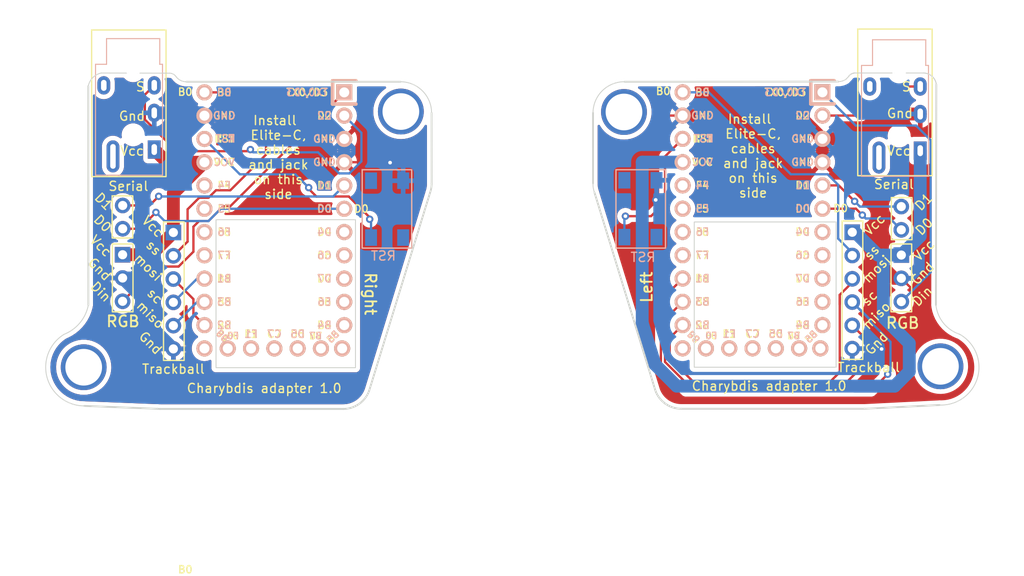
<source format=kicad_pcb>
(kicad_pcb (version 20210228) (generator pcbnew)
  (layers (0 "F.Cu" signal) (31 "B.Cu" signal) (34 "B.Paste" user) (35 "F.Paste" user) (36 "B.SilkS" user "B.Silkscreen") (37 "F.SilkS" user "F.Silkscreen") (38 "B.Mask" user) (39 "F.Mask" user) (44 "Edge.Cuts" user))
  (net 0 "")
  (net 1 "Gnd")
  (net 2 "Net-(J1-PadR2)")
  (net 3 "Vcc")
  (net 4 "Din")
  (net 5 "Rst")
  (net 6 "Net-(J2-PadR2)")
  (net 7 "Gnd2")
  (net 8 "Vcc2")
  (net 9 "Din2")
  (net 10 "Rst2")
  (net 13 "Net-(J3-Pad1)")
  (net 14 "Net-(J6-Pad1)")
  (net 15 "Net-(J3-Pad2)")
  (net 16 "Net-(J6-Pad2)")
  (net 22 "ss")
  (net 27 "sc")
  (net 28 "miso")
  (net 29 "mosi")
  (net 53 "miso2")
  (net 54 "sc2")
  (net 55 "mosi2")
  (net 56 "ss2")
  (footprint "Connector_PinSocket_2.54mm:PinSocket_1x03_P2.54mm_Vertical" (layer "F.Cu") (at 115.365 33.925)
    (fp_text reference "J4" hide)
    (fp_text value "Conn_01x03_Female")
  )
  (footprint "MountingHole:MountingHole_4mm_Pad" (layer "F.Cu") (at 145.7 18.3)
    (fp_text reference "REF**" hide)
    (fp_text value "MountingHole_4mm_Pad")
  )
  (footprint "MountingHole:MountingHole_4mm_Pad" (layer "F.Cu") (at 170.025 18.35)
    (fp_text reference "REF**" hide)
    (fp_text value "MountingHole_4mm_Pad")
  )
  (footprint "Connector_PinSocket_2.54mm:PinSocket_2x01_P2.54mm_Vertical" (layer "F.Cu") (at 200.255 31.21 -90)
    (fp_text reference "J6" hide)
    (fp_text value "Conn_01x02_Female")
  )
  (footprint "Connector_PinHeader_2.54mm:PinHeader_1x06_P2.54mm_Vertical" (layer "F.Cu") (at 120.9 31.5)
    (fp_text reference "J7" hide)
    (fp_text value "Conn_01x06_Female")
  )
  (footprint "Connector_PinHeader_2.54mm:PinHeader_1x06_P2.54mm_Vertical" (layer "F.Cu") (at 194.91 31.47)
    (fp_text reference "J9" hide)
    (fp_text value "Conn_01x06_Female")
  )
  (footprint "Connector_PinSocket_2.54mm:PinSocket_2x01_P2.54mm_Vertical" (layer "F.Cu") (at 115.375 31.09 -90)
    (fp_text reference "J3" hide)
    (fp_text value "Conn_01x02_Female")
  )
  (footprint "MountingHole:MountingHole_4mm_Pad" (layer "F.Cu") (at 111.125 46.2)
    (fp_text reference "REF**" hide)
    (fp_text value "MountingHole_4mm_Pad")
  )
  (footprint "Connector_PinSocket_2.54mm:PinSocket_1x03_P2.54mm_Vertical" (layer "F.Cu") (at 200.26 33.96)
    (fp_text reference "J5" hide)
    (fp_text value "Conn_01x03_Female")
  )
  (footprint "MountingHole:MountingHole_4mm_Pad" (layer "F.Cu") (at 204.525 46.1)
    (fp_text reference "REF**" hide)
    (fp_text value "MountingHole_4mm_Pad")
  )
  (footprint "customs:switch_rst" (layer "B.Cu") (at 144.25 28.95 -90)
    (fp_text reference "SW1" hide)
    (fp_text value "SW_SPST")
  )
  (footprint "Library:Jack_3.5mm_PJ320E_Horizontal" (layer "B.Cu") (at 118.815 22.445 180)
    (fp_text reference "J1" hide)
    (fp_text value "AudioJack4")
  )
  (footprint "customs:switch_rst" (layer "B.Cu") (at 171.87 28.9 -90)
    (fp_text reference "SW2" hide)
    (fp_text value "SW_SPST")
  )
  (footprint "Library:Jack_3.5mm_PJ320E_Horizontal" (layer "B.Cu") (at 202.32 22.57 180)
    (fp_text reference "J2" hide)
    (fp_text value "AudioJack4")
  )
  (footprint "Library:Elite-C-castellated-29pin-holes" (layer "B.Cu") (at 131.9079 30.17885 -90)
    (fp_text reference "U1" hide)
    (fp_text value "eliteC" hide)
  )
  (footprint "Library:Elite-C-castellated-29pin-holes" (layer "B.Cu") (at 184.04 30.17 -90)
    (fp_text reference "U2" hide)
    (fp_text value "eliteC" hide)
  )
  (gr_rect (start 174.55 33.2) (end 169.15 24.65) (layer "B.SilkS") (width 0.15) (fill none))
  (gr_rect (start 141.485 24.65) (end 146.885 33.2) (layer "B.SilkS") (width 0.15) (fill none))
  (gr_rect (start 122.075 30.35) (end 119.825 45.45) (layer "F.SilkS") (width 0.15) (fill none))
  (gr_rect (start 120.1 25.4) (end 111.99 9.4) (layer "F.SilkS") (width 0.15) (fill none))
  (gr_rect (start 203.62 25.3) (end 195.51 9.3) (layer "F.SilkS") (width 0.15) (fill none))
  (gr_rect (start 116.475 27.5) (end 114.225 32.1) (layer "F.SilkS") (width 0.15) (fill none))
  (gr_rect (start 201.386 32.75) (end 199.136 40.15) (layer "F.SilkS") (width 0.15) (fill none))
  (gr_rect (start 196.06 30.24) (end 193.81 45.34) (layer "F.SilkS") (width 0.15) (fill none))
  (gr_rect (start 116.5 32.75) (end 114.25 40.15) (layer "F.SilkS") (width 0.15) (fill none))
  (gr_rect (start 201.422 27.686) (end 199.172 32.286) (layer "F.SilkS") (width 0.15) (fill none))
  (gr_line (start 176.271839 50.732306) (end 176.035232 50.723015) (layer "Edge.Cuts") (width 0.2))
  (gr_line (start 195.089015 14.106159) (end 195.116126 14.102541) (layer "Edge.Cuts") (width 0.1))
  (gr_line (start 194.511271 14.473546) (end 194.526953 14.450784) (layer "Edge.Cuts") (width 0.1))
  (gr_line (start 122.323684 15.050401) (end 145.65 15.05) (layer "Edge.Cuts") (width 0.2))
  (gr_arc (start 113.410632 15.879086) (end 113.025 14.1) (angle -66.55375569) (layer "Edge.Cuts") (width 0.1))
  (gr_line (start 202.800232 14.103171) (end 202.866008 14.110903) (layer "Edge.Cuts") (width 0.1))
  (gr_line (start 194.543306 14.428632) (end 194.560312 14.407099) (layer "Edge.Cuts") (width 0.1))
  (gr_line (start 166.81212 27.150717) (end 173.443485 48.732467) (layer "Edge.Cuts") (width 0.2))
  (gr_line (start 204.04 15.16) (end 204.055051 15.224497) (layer "Edge.Cuts") (width 0.1))
  (gr_rect (start 177.686 30.35) (end 193.15 46.2) (layer "Edge.Cuts") (width 0.1) (fill none))
  (gr_line (start 203.611755 14.4578) (end 203.658076 14.501084) (layer "Edge.Cuts") (width 0.1))
  (gr_line (start 193.367603 15.032309) (end 170.1 15.05) (layer "Edge.Cuts") (width 0.2))
  (gr_line (start 195.143427 14.099796) (end 195.170898 14.097935) (layer "Edge.Cuts") (width 0.1))
  (gr_line (start 166.65 18.45) (end 166.650539 26.133781) (layer "Edge.Cuts") (width 0.2))
  (gr_arc (start 146.057325 26.151117) (end 148.885694 27.151277) (angle -19.47447757) (layer "Edge.Cuts") (width 0.2))
  (gr_line (start 194.65449 14.30908) (end 194.675025 14.291476) (layer "Edge.Cuts") (width 0.1))
  (gr_line (start 195.170898 14.097935) (end 195.19852 14.096967) (layer "Edge.Cuts") (width 0.1))
  (gr_line (start 203.119354 14.170924) (end 203.179875 14.192865) (layer "Edge.Cuts") (width 0.1))
  (gr_line (start 203.978007 14.97415) (end 204.001403 15.03476) (layer "Edge.Cuts") (width 0.1))
  (gr_line (start 202.666278 14.096904) (end 202.73363 14.098482) (layer "Edge.Cuts") (width 0.1))
  (gr_line (start 203.658076 14.501084) (end 203.702443 14.546403) (layer "Edge.Cuts") (width 0.1))
  (gr_line (start 193.41558 15.031584) (end 193.367603 15.032306) (layer "Edge.Cuts") (width 0.1))
  (gr_line (start 203.892334 14.80117) (end 203.923398 14.857288) (layer "Edge.Cuts") (width 0.1))
  (gr_arc (start 120.477283 14.985641) (end 120.465 14.115) (angle 56.90853006) (layer "Edge.Cuts") (width 0.1))
  (gr_line (start 203.858866 14.746684) (end 203.892334 14.80117) (layer "Edge.Cuts") (width 0.1))
  (gr_arc (start 139.419444 47.7504) (end 139.419444 50.7504) (angle -70.52552243) (layer "Edge.Cuts") (width 0.2))
  (gr_line (start 204.030581 39.39678) (end 204.076282 15.356907) (layer "Edge.Cuts") (width 0.2))
  (gr_line (start 196.261799 50.732099) (end 196.226566 50.732306) (layer "Edge.Cuts") (width 0.2))
  (gr_line (start 194.560312 14.407099) (end 194.577953 14.386196) (layer "Edge.Cuts") (width 0.1))
  (gr_line (start 175.802697 50.695535) (end 175.575071 50.650459) (layer "Edge.Cuts") (width 0.2))
  (gr_line (start 202.866008 14.110903) (end 202.930884 14.121612) (layer "Edge.Cuts") (width 0.1))
  (gr_line (start 203.74478 14.593689) (end 203.785013 14.642877) (layer "Edge.Cuts") (width 0.1))
  (gr_line (start 202.930884 14.121612) (end 202.994783 14.135229) (layer "Edge.Cuts") (width 0.1))
  (gr_arc (start 204.6 46.2) (end 206.614271 42.600001) (angle 153.2927482) (layer "Edge.Cuts") (width 0.1))
  (gr_line (start 203.823067 14.693897) (end 203.858866 14.746684) (layer "Edge.Cuts") (width 0.1))
  (gr_line (start 195.226276 14.096904) (end 202.666278 14.096904) (layer "Edge.Cuts") (width 0.1))
  (gr_line (start 195.062111 14.110641) (end 195.089015 14.106159) (layer "Edge.Cuts") (width 0.1))
  (gr_line (start 175.137892 50.509884) (end 174.930013 50.41557) (layer "Edge.Cuts") (width 0.2))
  (gr_arc (start 111.2 46.2) (end 109.000001 42.600001) (angle -148.5704344) (layer "Edge.Cuts") (width 0.1))
  (gr_line (start 194.906086 14.155095) (end 194.956943 14.137) (layer "Edge.Cuts") (width 0.1))
  (gr_line (start 176.271839 50.732306) (end 196.226566 50.732306) (layer "Edge.Cuts") (width 0.2))
  (gr_line (start 175.35319 50.588378) (end 175.137892 50.509884) (layer "Edge.Cuts") (width 0.2))
  (gr_line (start 194.59621 14.365932) (end 194.615064 14.346318) (layer "Edge.Cuts") (width 0.1))
  (gr_arc (start 169.2 26.25) (end 166.812121 27.150716) (angle 23.27672471) (layer "Edge.Cuts") (width 0.1))
  (gr_line (start 173.752938 49.362091) (end 173.634554 49.162513) (layer "Edge.Cuts") (width 0.2))
  (gr_line (start 202.73363 14.098482) (end 202.800232 14.103171) (layer "Edge.Cuts") (width 0.1))
  (gr_line (start 203.923398 14.857288) (end 203.95198 14.91497) (layer "Edge.Cuts") (width 0.1))
  (gr_line (start 194.49628 14.496906) (end 194.511271 14.473546) (layer "Edge.Cuts") (width 0.1))
  (gr_line (start 174.539865 50.181845) (end 174.359269 50.043618) (layer "Edge.Cuts") (width 0.2))
  (gr_line (start 173.634554 49.162513) (end 173.531124 48.952441) (layer "Edge.Cuts") (width 0.2))
  (gr_arc (start 207.8 39) (end 206.614272 42.6) (angle 65.76070949) (layer "Edge.Cuts") (width 0.1))
  (gr_line (start 194.615064 14.346318) (end 194.634497 14.327364) (layer "Edge.Cuts") (width 0.1))
  (gr_line (start 148.885694 27.151277) (end 142.247814 48.75056) (layer "Edge.Cuts") (width 0.2))
  (gr_line (start 174.930013 50.41557) (end 174.730392 50.306026) (layer "Edge.Cuts") (width 0.2))
  (gr_line (start 203.353475 14.274263) (end 203.408437 14.306362) (layer "Edge.Cuts") (width 0.1))
  (gr_line (start 203.297011 14.244602) (end 203.353475 14.274263) (layer "Edge.Cuts") (width 0.1))
  (gr_line (start 195.009001 14.122155) (end 195.035434 14.115976) (layer "Edge.Cuts") (width 0.1))
  (gr_line (start 173.885439 49.550582) (end 173.752938 49.362091) (layer "Edge.Cuts") (width 0.2))
  (gr_line (start 174.031219 49.727395) (end 173.885439 49.550582) (layer "Edge.Cuts") (width 0.2))
  (gr_line (start 203.461821 14.340833) (end 203.513552 14.377608) (layer "Edge.Cuts") (width 0.1))
  (gr_line (start 203.702443 14.546403) (end 203.74478 14.593689) (layer "Edge.Cuts") (width 0.1))
  (gr_line (start 203.057632 14.151689) (end 203.119354 14.170924) (layer "Edge.Cuts") (width 0.1))
  (gr_line (start 173.531124 48.952441) (end 173.443485 48.732467) (layer "Edge.Cuts") (width 0.2))
  (gr_line (start 194.675025 14.291476) (end 194.717646 14.25835) (layer "Edge.Cuts") (width 0.1))
  (gr_line (start 196.261799 50.732099) (end 204.418578 50.32121) (layer "Edge.Cuts") (width 0.2))
  (gr_line (start 139.419444 50.7504) (end 119.464716 50.7504) (layer "Edge.Cuts") (width 0.2))
  (gr_arc (start 145.65 18.45) (end 145.65 15.05) (angle 90) (layer "Edge.Cuts") (width 0.1))
  (gr_arc (start 170.050362 18.45) (end 170.1 15.05) (angle -90.83642525) (layer "Edge.Cuts") (width 0.1))
  (gr_line (start 204.001403 15.03476) (end 204.022092 15.096732) (layer "Edge.Cuts") (width 0.1))
  (gr_line (start 203.513552 14.377608) (end 203.563555 14.416619) (layer "Edge.Cuts") (width 0.1))
  (gr_line (start 174.359269 50.043618) (end 174.189441 49.891937) (layer "Edge.Cuts") (width 0.2))
  (gr_line (start 176.035232 50.723015) (end 175.802697 50.695535) (layer "Edge.Cuts") (width 0.2))
  (gr_line (start 174.189441 49.891937) (end 174.031219 49.727395) (layer "Edge.Cuts") (width 0.2))
  (gr_line (start 194.717646 14.25835) (end 194.762212 14.228068) (layer "Edge.Cuts") (width 0.1))
  (gr_line (start 120.465 14.115) (end 113.025 14.1) (layer "Edge.Cuts") (width 0.1))
  (gr_line (start 202.994783 14.135229) (end 203.057632 14.151689) (layer "Edge.Cuts") (width 0.1))
  (gr_line (start 194.2 14.8) (end 194.49628 14.496906) (layer "Edge.Cuts") (width 0.1))
  (gr_line (start 203.563555 14.416619) (end 203.611755 14.4578) (layer "Edge.Cuts") (width 0.1))
  (gr_line (start 194.85658 14.176359) (end 194.906086 14.155095) (layer "Edge.Cuts") (width 0.1))
  (gr_line (start 204.022092 15.096732) (end 204.04 15.16) (layer "Edge.Cuts") (width 0.1))
  (gr_line (start 195.116126 14.102541) (end 195.143427 14.099796) (layer "Edge.Cuts") (width 0.1))
  (gr_line (start 174.730392 50.306026) (end 174.539865 50.181845) (layer "Edge.Cuts") (width 0.2))
  (gr_line (start 194.634497 14.327364) (end 194.65449 14.30908) (layer "Edge.Cuts") (width 0.1))
  (gr_line (start 194.982831 14.129166) (end 195.009001 14.122155) (layer "Edge.Cuts") (width 0.1))
  (gr_line (start 194.956943 14.137) (end 194.982831 14.129166) (layer "Edge.Cuts") (width 0.1))
  (gr_line (start 195.19852 14.096967) (end 195.226276 14.096904) (layer "Edge.Cuts") (width 0.1))
  (gr_line (start 194.762212 14.228068) (end 194.808572 14.20071) (layer "Edge.Cuts") (width 0.1))
  (gr_line (start 194.577953 14.386196) (end 194.59621 14.365932) (layer "Edge.Cuts") (width 0.1))
  (gr_line (start 149.05 18.45) (end 149.057324 26.151117) (layer "Edge.Cuts") (width 0.2))
  (gr_line (start 204.06717 15.290155) (end 204.076282 15.356907) (layer "Edge.Cuts") (width 0.1))
  (gr_arc (start 119.464716 47.7504) (end 119.183275 50.737169) (angle -5.383044589) (layer "Edge.Cuts") (width 0.2))
  (gr_line (start 203.785013 14.642877) (end 203.823067 14.693897) (layer "Edge.Cuts") (width 0.1))
  (gr_line (start 119.183275 50.737169) (end 111.2 50.419004) (layer "Edge.Cuts") (width 0.2))
  (gr_arc (start 107.4 38.6) (end 109 42.6) (angle -57.41428524) (layer "Edge.Cuts") (width 0.1))
  (gr_arc (start 193.382307 13.474594) (end 193.415579 15.031583) (angle -30.44780961) (layer "Edge.Cuts") (width 0.1))
  (gr_arc (start 122.304137 13.668062) (end 122.323683 15.0504) (angle 53.81304035) (layer "Edge.Cuts") (width 0.1))
  (gr_line (start 203.179875 14.192865) (end 203.239119 14.217447) (layer "Edge.Cuts") (width 0.1))
  (gr_line (start 203.408437 14.306362) (end 203.461821 14.340833) (layer "Edge.Cuts") (width 0.1))
  (gr_line (start 194.808572 14.20071) (end 194.85658 14.176359) (layer "Edge.Cuts") (width 0.1))
  (gr_line (start 203.239119 14.217447) (end 203.297011 14.244602) (layer "Edge.Cuts") (width 0.1))
  (gr_line (start 175.575071 50.650459) (end 175.35319 50.588378) (layer "Edge.Cuts") (width 0.2))
  (gr_line (start 204.055051 15.224497) (end 204.06717 15.290155) (layer "Edge.Cuts") (width 0.1))
  (gr_line (start 111.632045 39.406103) (end 111.625 15.525) (layer "Edge.Cuts") (width 0.2))
  (gr_line (start 203.95198 14.91497) (end 203.978007 14.97415) (layer "Edge.Cuts") (width 0.1))
  (gr_rect (start 125.55 30.1) (end 140.75 46.25) (layer "Edge.Cuts") (width 0.1) (fill none))
  (gr_line (start 194.526953 14.450784) (end 194.543306 14.428632) (layer "Edge.Cuts") (width 0.1))
  (gr_line (start 195.035434 14.115976) (end 195.062111 14.110641) (layer "Edge.Cuts") (width 0.1))
  (gr_text "RST" (at 143.8 34.05) (layer "B.SilkS") (effects (font (size 1 1)) (justify mirror)))
  (gr_text "RST" (at 172.1 34.2) (layer "B.SilkS") (effects (font (size 1 1)) (justify mirror)))
  (gr_text "S" (at 117.3 15.6) (layer "F.SilkS") (effects (font (size 1 1))))
  (gr_text "Charybdis adapter 1.0" (at 130.8 48.5) (layer "F.SilkS") (effects (font (size 1 1))))
  (gr_text "D0" (at 141.39 28.92) (layer "F.SilkS") (effects (font (size 0.8 0.8))))
  (gr_text "Vcc" (at 202.72 33.44 45) (layer "F.SilkS") (effects (font (size 1 1))))
  (gr_text "Gnd" (at 200.1 18.5) (layer "F.SilkS") (effects (font (size 1 1))))
  (gr_text "Vcc" (at 200 22.6) (layer "F.SilkS") (effects (font (size 1 1))))
  (gr_text "ss" (at 197.03 33.68 45) (layer "F.SilkS") (effects (font (size 1 1))))
  (gr_text "ss" (at 118.76 33.18 -45) (layer "F.SilkS") (effects (font (size 1 1))))
  (gr_text "mosi" (at 118.15 35.3 -45) (layer "F.SilkS") (effects (font (size 1 1))))
  (gr_text "S" (at 200.8 15.6) (layer "F.SilkS") (effects (font (size 1 1))))
  (gr_text "Gnd" (at 118.4 43.55 -45) (layer "F.SilkS") (effects (font (size 1 1))))
  (gr_text "D1" (at 202.7 28.17 45) (layer "F.SilkS") (effects (font (size 1 1))))
  (gr_text "B0" (at 122.185 16.164) (layer "F.SilkS") (effects (font (size 0.8 0.8))))
  (gr_text "Gnd" (at 197.56 43.61 45) (layer "F.SilkS") (effects (font (size 1 1))))
  (gr_text "Gnd" (at 202.59 35.97 45) (layer "F.SilkS") (effects (font (size 1 1))))
  (gr_text "Din" (at 112.985 37.965 -45) (layer "F.SilkS") (effects (font (size 1 1))))
  (gr_text "Vcc" (at 116.4 22.6) (layer "F.SilkS") (effects (font (size 1 1))))
  (gr_text "mosi" (at 197.56 35.482 45) (layer "F.SilkS") (effects (font (size 1 1))))
  (gr_text "D0" (at 113.175 30.515 -45) (layer "F.SilkS") (effects (font (size 1 1))))
  (gr_text "Vcc" (at 118.65 30.85 -45) (layer "F.SilkS") (effects (font (size 1 1))))
  (gr_text "miso" (at 197.56 40.562 45) (layer "F.SilkS") (effects (font (size 1 1))))
  (gr_text "Right" (at 142.38 38.19 270) (layer "F.SilkS") (effects (font (size 1.2 1.2) (thickness 0.2))))
  (gr_text "sc" (at 118.89 38.44 -45) (layer "F.SilkS") (effects (font (size 1 1))))
  (gr_text "B0" (at 122.2 68.279) (layer "F.SilkS") (effects (font (size 0.8 0.8))))
  (gr_text "miso" (at 118.4 40.48 -45) (layer "F.SilkS") (effects (font (size 1 1))))
  (gr_text "sc" (at 196.798 38.67 45) (layer "F.SilkS") (effects (font (size 1 1))))
  (gr_text "Vcc" (at 112.98 32.97 -45) (layer "F.SilkS") (effects (font (size 1 1))))
  (gr_text "Serial" (at 115.999998 26.45) (layer "F.SilkS") (effects (font (size 1 1))))
  (gr_text "D0" (at 202.76 30.85 45) (layer "F.SilkS") (effects (font (size 1 1))))
  (gr_text "B0" (at 174.3 16.079) (layer "F.SilkS") (effects (font (size 0.8 0.8))))
  (gr_text "RGB" (at 115.4 41.2) (layer "F.SilkS") (effects (font (size 1.2 1.2) (thickness 0.2))))
  (gr_text "Gnd" (at 112.85 35.5 -45) (layer "F.SilkS") (effects (font (size 1 1))))
  (gr_text "Trackball" (at 120.9 46.4) (layer "F.SilkS") (effects (font (size 1 1))))
  (gr_text "Vcc" (at 197.306 30.656 45) (layer "F.SilkS") (effects (font (size 1 1))))
  (gr_text "Left" (at 172.5 37.47 90) (layer "F.SilkS") (effects (font (size 1.2 1.2) (thickness 0.2))))
  (gr_text "D1" (at 113.275 28.115 -45) (layer "F.SilkS") (effects (font (size 1 1))))
  (gr_text "Charybdis adapter 1.0" (at 185.85 48.25) (layer "F.SilkS") (effects (font (size 1 1))))
  (gr_text "Install \nElite-C,\ncables\nand jack\non this\nside" (at 132.35 23.3) (layer "F.SilkS") (effects (font (size 1 1))))
  (gr_text "RGB" (at 200.4 41.373) (layer "F.SilkS") (effects (font (size 1.2 1.2) (thickness 0.2))))
  (gr_text "Din" (at 202.55 38.45 45) (layer "F.SilkS") (effects (font (size 1 1))))
  (gr_text "Serial" (at 199.449998 26.2475) (layer "F.SilkS") (effects (font (size 1 1))))
  (gr_text "Trackball" (at 196.7 46.22) (layer "F.SilkS") (effects (font (size 1 1))))
  (gr_text "Gnd" (at 116.385 18.8) (layer "F.SilkS") (effects (font (size 1 1))))
  (gr_text "Install \nElite-C,\ncables\nand jack\non this\nside" (at 184.1 23.15) (layer "F.SilkS") (effects (font (size 1 1))))
  (gr_text "D0" (at 193.64 28.87) (layer "F.SilkS") (effects (font (size 0.8 0.8))))
  (segment (start 144.47885 23.82885) (end 139.5279 23.82885) (width 0.25) (layer "F.Cu") (net 1))
  (segment (start 144.526 23.876) (end 144.47885 23.82885) (width 0.25) (layer "F.Cu") (net 1))
  (via (at 144.526 23.876) (size 0.8) (drill 0.4) (layers "F.Cu" "B.Cu") (net 1))
  (segment (start 116.567081 36.465) (end 117.6 35.432081) (width 1.4) (layer "B.Cu") (net 1))
  (segment (start 118.25 41.55) (end 120.9 44.2) (width 1.4) (layer "B.Cu") (net 1))
  (segment (start 145.95 25.3) (end 144.526 23.876) (width 0.25) (layer "B.Cu") (net 1))
  (segment (start 121.3 21.73675) (end 124.2879 18.74885) (width 1.4) (layer "B.Cu") (net 1))
  (segment (start 117.6 35.432081) (end 117.6 26.95) (width 1.4) (layer "B.Cu") (net 1))
  (segment (start 115.365 36.465) (end 118.25 39.35) (width 1.4) (layer "B.Cu") (net 1))
  (segment (start 124.2879 18.74885) (end 136.9879 18.74885) (width 1.4) (layer "B.Cu") (net 1))
  (segment (start 118.25 39.35) (end 118.25 41.55) (width 1.4) (layer "B.Cu") (net 1))
  (segment (start 136.9879 18.74885) (end 139.5279 21.28885) (width 1.4) (layer "B.Cu") (net 1))
  (segment (start 121.3 23.25) (end 121.3 21.73675) (width 1.4) (layer "B.Cu") (net 1))
  (segment (start 139.5279 23.82885) (end 139.5279 21.28885) (width 1.4) (layer "B.Cu") (net 1))
  (segment (start 123.98405 18.445) (end 124.2879 18.74885) (width 1.4) (layer "B.Cu") (net 1))
  (segment (start 118.815 18.445) (end 123.98405 18.445) (width 1.4) (layer "B.Cu") (net 1))
  (segment (start 115.365 36.465) (end 116.567081 36.465) (width 1.4) (layer "B.Cu") (net 1))
  (segment (start 117.6 26.95) (end 121.3 23.25) (width 1.4) (layer "B.Cu") (net 1))
  (segment (start 145.95 25.85) (end 145.95 25.3) (width 0.25) (layer "B.Cu") (net 1))
  (segment (start 117.78998 16.47002) (end 118.815 15.445) (width 0.25) (layer "F.Cu") (net 2))
  (segment (start 121.247942 22.627539) (end 117.78998 19.169577) (width 0.25) (layer "F.Cu") (net 2))
  (segment (start 129.3 22.45) (end 129.122461 22.627539) (width 0.25) (layer "F.Cu") (net 2))
  (segment (start 129.122461 22.627539) (end 121.247942 22.627539) (width 0.25) (layer "F.Cu") (net 2))
  (segment (start 117.78998 19.169577) (end 117.78998 16.47002) (width 0.25) (layer "F.Cu") (net 2))
  (via (at 129.3 22.45) (size 0.8) (drill 0.4) (layers "F.Cu" "B.Cu") (net 2))
  (segment (start 129.3 22.45) (end 129.6 22.75) (width 0.25) (layer "B.Cu") (net 2))
  (segment (start 138.971109 25.05) (end 140.084691 25.05) (width 0.25) (layer "B.Cu") (net 2))
  (segment (start 141.4 20.62095) (end 139.5279 18.74885) (width 0.25) (layer "B.Cu") (net 2))
  (segment (start 136.671109 22.75) (end 138.971109 25.05) (width 0.25) (layer "B.Cu") (net 2))
  (segment (start 141.4 23.734691) (end 141.4 20.62095) (width 0.25) (layer "B.Cu") (net 2))
  (segment (start 129.6 22.75) (end 136.671109 22.75) (width 0.25) (layer "B.Cu") (net 2))
  (segment (start 140.084691 25.05) (end 141.4 23.734691) (width 0.25) (layer "B.Cu") (net 2))
  (segment (start 120.9 27.21675) (end 124.2879 23.82885) (width 1.4) (layer "F.Cu") (net 3))
  (segment (start 120.19885 23.82885) (end 118.815 22.445) (width 1.4) (layer "F.Cu") (net 3))
  (segment (start 124.2879 23.82885) (end 120.19885 23.82885) (width 1.4) (layer "F.Cu") (net 3))
  (segment (start 120.9 31.5) (end 120.9 27.21675) (width 1.4) (layer "F.Cu") (net 3))
  (segment (start 115.365 33.925) (end 118.475 33.925) (width 1.4) (layer "F.Cu") (net 3))
  (segment (start 118.475 33.925) (end 120.9 31.5) (width 1.4) (layer "F.Cu") (net 3))
  (segment (start 115.365 39.005) (end 119.154989 35.215011) (width 0.25) (layer "F.Cu") (net 4))
  (segment (start 119.154989 35.215011) (end 121.464006 35.215011) (width 0.25) (layer "F.Cu") (net 4))
  (segment (start 139.5279 16.20885) (end 127.099404 28.637346) (width 0.25) (layer "F.Cu") (net 4))
  (segment (start 123.086589 33.592428) (end 123.086589 30.863411) (width 0.25) (layer "F.Cu") (net 4))
  (segment (start 123.086589 30.863411) (end 123.702461 30.247539) (width 0.25) (layer "F.Cu") (net 4))
  (segment (start 121.464006 35.215011) (end 123.086589 33.592428) (width 0.25) (layer "F.Cu") (net 4))
  (segment (start 127.099404 28.637346) (end 126.337346 28.637346) (width 0.25) (layer "F.Cu") (net 4))
  (segment (start 123.702461 30.247539) (end 124.727152 30.247539) (width 0.25) (layer "F.Cu") (net 4))
  (segment (start 124.727152 30.247539) (end 126.337346 28.637346) (width 0.25) (layer "F.Cu") (net 4))
  (segment (start 140.020161 27.570161) (end 136.490161 27.570161) (width 0.25) (layer "F.Cu") (net 5))
  (segment (start 142.3 29.85) (end 140.020161 27.570161) (width 0.25) (layer "F.Cu") (net 5))
  (segment (start 135.65 26.6) (end 135.65 26.73) (width 0.25) (layer "F.Cu") (net 5))
  (segment (start 142.3 30.05) (end 142.3 29.85) (width 0.25) (layer "F.Cu") (net 5))
  (segment (start 135.65 26.73) (end 136.490161 27.570161) (width 0.25) (layer "F.Cu") (net 5))
  (via (at 142.3 30.05) (size 0.8) (drill 0.4) (layers "F.Cu" "B.Cu") (net 5))
  (via (at 135.65 26.6) (size 0.8) (drill 0.4) (layers "F.Cu" "B.Cu") (net 5))
  (segment (start 128.14905 25.15) (end 124.2879 21.28885) (width 0.25) (layer "B.Cu") (net 5))
  (segment (start 132.7 25.15) (end 134.2 25.15) (width 0.25) (layer "B.Cu") (net 5))
  (segment (start 132.7 25.15) (end 128.14905 25.15) (width 0.25) (layer "B.Cu") (net 5))
  (segment (start 142.45 30.2) (end 142.3 30.05) (width 0.25) (layer "B.Cu") (net 5))
  (segment (start 142.45 32.05) (end 142.45 30.2) (width 0.25) (layer "B.Cu") (net 5))
  (segment (start 134.2 25.15) (end 135.65 26.6) (width 0.25) (layer "B.Cu") (net 5))
  (segment (start 199.06 15.57) (end 202.32 15.57) (width 0.25) (layer "F.Cu") (net 6))
  (segment (start 191.66 18.74) (end 195.89 18.74) (width 0.25) (layer "F.Cu") (net 6))
  (segment (start 195.89 18.74) (end 199.06 15.57) (width 0.25) (layer "F.Cu") (net 6))
  (segment (start 198.54 44.21) (end 202.184 40.566) (width 0.25) (layer "F.Cu") (net 7))
  (segment (start 195.072 21.59) (end 195.382 21.28) (width 1.4) (layer "F.Cu") (net 7))
  (segment (start 197.866 34.88602) (end 197.866 28.956) (width 1.4) (layer "F.Cu") (net 7))
  (segment (start 174.554 18.74) (end 176.42 18.74) (width 0.25) (layer "F.Cu") (net 7))
  (segment (start 191.66 21.28) (end 195.382 21.28) (width 1.4) (layer "F.Cu") (net 7))
  (segment (start 202.184 38.424) (end 200.26 36.5) (width 0.25) (layer "F.Cu") (net 7))
  (segment (start 191.66 21.28) (end 191.66 23.82) (width 1.4) (layer "F.Cu") (net 7))
  (segment (start 202.184 39.446) (end 202.184 38.424) (width 0.25) (layer "F.Cu") (net 7))
  (segment (start 197.866 28.956) (end 195.072 26.162) (width 1.4) (layer "F.Cu") (net 7))
  (segment (start 200.26 36.5) (end 199.47998 36.5) (width 1.4) (layer "F.Cu") (net 7))
  (segment (start 195.382 21.28) (end 198.092 18.57) (width 1.4) (layer "F.Cu") (net 7))
  (segment (start 199.47998 36.5) (end 197.866 34.88602) (width 1.4) (layer "F.Cu") (net 7))
  (segment (start 173.482 19.812) (end 174.554 18.74) (width 0.25) (layer "F.Cu") (net 7))
  (segment (start 195.072 26.162) (end 195.072 21.59) (width 1.4) (layer "F.Cu") (net 7))
  (segment (start 189.12 18.74) (end 191.66 21.28) (width 1.4) (layer "F.Cu") (net 7))
  (segment (start 198.11 44.21) (end 198.54 44.21) (width 0.25) (layer "F.Cu") (net 7))
  (segment (start 202.184 40.566) (end 202.184 39.446) (width 0.25) (layer "F.Cu") (net 7))
  (segment (start 173.482 27.94) (end 173.482 19.812) (width 0.25) (layer "F.Cu") (net 7))
  (segment (start 198.092 18.57) (end 202.32 18.57) (width 1.4) (layer "F.Cu") (net 7))
  (segment (start 176.42 18.74) (end 189.12 18.74) (width 1.4) (layer "F.Cu") (net 7))
  (via (at 173.482 27.94) (size 0.8) (drill 0.4) (layers "F.Cu" "B.Cu") (net 7))
  (via (at 198.11 44.21) (size 0.8) (drill 0.4) (layers "F.Cu" "B.Cu") (net 7))
  (segment (start 173.57 27.852) (end 173.482 27.94) (width 0.25) (layer "B.Cu") (net 7))
  (segment (start 194.91 44.17) (end 194.95 44.21) (width 0.25) (layer "B.Cu") (net 7))
  (segment (start 194.95 44.21) (end 198.11 44.21) (width 0.25) (layer "B.Cu") (net 7))
  (segment (start 173.57 25.8) (end 173.57 27.852) (width 0.25) (layer "B.Cu") (net 7))
  (segment (start 198.298 33.96) (end 197.71 33.96) (width 1.4) (layer "B.Cu") (net 8))
  (segment (start 202.32 31.9) (end 200.26 33.96) (width 1.4) (layer "B.Cu") (net 8))
  (segment (start 175.768 48.26) (end 173.411025 45.903025) (width 1.4) (layer "B.Cu") (net 8))
  (segment (start 198.298 33.96) (end 198.298 40.758) (width 1.4) (layer "B.Cu") (net 8))
  (segment (start 200.26 33.96) (end 198.298 33.96) (width 1.4) (layer "B.Cu") (net 8))
  (segment (start 172.014 23.82) (end 176.42 23.82) (width 1.4) (layer "B.Cu") (net 8))
  (segment (start 197.71 33.96) (end 195.22 31.47) (width 1.4) (layer "B.Cu") (net 8))
  (segment (start 201.124989 46.665011) (end 199.53 48.26) (width 1.4) (layer "B.Cu") (net 8))
  (segment (start 199.53 48.26) (end 195.25 48.26) (width 1.4) (layer "B.Cu") (net 8))
  (segment (start 198.298 40.758) (end 201.124989 43.584989) (width 1.4) (layer "B.Cu") (net 8))
  (segment (start 201.124989 43.584989) (end 201.124989 46.665011) (width 1.4) (layer "B.Cu") (net 8))
  (segment (start 199.53 48.26) (end 175.768 48.26) (width 1.4) (layer "B.Cu") (net 8))
  (segment (start 195.22 31.47) (end 194.91 31.47) (width 1.4) (layer "B.Cu") (net 8))
  (segment (start 172.014 41.356412) (end 172.014 23.82) (width 1.4) (layer "B.Cu") (net 8))
  (segment (start 173.411025 45.903025) (end 172.014 41.356412) (width 1.4) (layer "B.Cu") (net 8))
  (segment (start 202.32 22.57) (end 202.32 31.9) (width 1.4) (layer "B.Cu") (net 8))
  (segment (start 203.454 35.846) (end 200.26 39.04) (width 0.25) (layer "B.Cu") (net 9))
  (segment (start 201.86502 19.83) (end 203.454 21.41898) (width 0.25) (layer "B.Cu") (net 9))
  (segment (start 203.454 21.41898) (end 203.454 35.846) (width 0.25) (layer "B.Cu") (net 9))
  (segment (start 195.29 19.83) (end 201.86502 19.83) (width 0.25) (layer "B.Cu") (net 9))
  (segment (start 191.66 16.2) (end 195.29 19.83) (width 0.25) (layer "B.Cu") (net 9))
  (segment (start 174.498 23.202) (end 176.42 21.28) (width 0.25) (layer "F.Cu") (net 10))
  (segment (start 174.498 28.194) (end 174.498 23.202) (width 0.25) (layer "F.Cu") (net 10))
  (segment (start 170.18 29.718) (end 172.974 29.718) (width 0.25) (layer "F.Cu") (net 10))
  (segment (start 172.974 29.718) (end 174.498 28.194) (width 0.25) (layer "F.Cu") (net 10))
  (via (at 170.18 29.718) (size 0.8) (drill 0.4) (layers "F.Cu" "B.Cu") (net 10))
  (segment (start 170.07 32) (end 170.07 29.828) (width 0.25) (layer "B.Cu") (net 10))
  (segment (start 170.07 29.828) (end 170.18 29.718) (width 0.25) (layer "B.Cu") (net 10))
  (segment (start 117.21 31.09) (end 115.375 31.09) (width 0.25) (layer "F.Cu") (net 13))
  (segment (start 119 29.3) (end 117.21 31.09) (width 0.25) (layer "F.Cu") (net 13))
  (via (at 119 29.3) (size 0.8) (drill 0.4) (layers "F.Cu" "B.Cu") (net 13))
  (segment (start 126.065841 28.90885) (end 139.5279 28.90885) (width 0.25) (layer "B.Cu") (net 13))
  (segment (start 119.947539 30.247539) (end 124.727152 30.247539) (width 0.25) (layer "B.Cu") (net 13))
  (segment (start 124.727152 30.247539) (end 126.065841 28.90885) (width 0.25) (layer "B.Cu") (net 13))
  (segment (start 119 29.3) (end 119.947539 30.247539) (width 0.25) (layer "B.Cu") (net 13))
  (segment (start 195.31 28.9) (end 191.66 28.9) (width 0.25) (layer "F.Cu") (net 14))
  (segment (start 196.01 29.6) (end 195.31 28.9) (width 0.25) (layer "F.Cu") (net 14))
  (via (at 196.01 29.6) (size 0.8) (drill 0.4) (layers "F.Cu" "B.Cu") (net 14))
  (segment (start 196.01 29.6) (end 196.382 29.972) (width 0.25) (layer "B.Cu") (net 14))
  (segment (start 199.017 29.972) (end 200.255 31.21) (width 0.25) (layer "B.Cu") (net 14))
  (segment (start 196.382 29.972) (end 199.017 29.972) (width 0.25) (layer "B.Cu") (net 14))
  (segment (start 118.3 28.55) (end 115.375 28.55) (width 0.25) (layer "F.Cu") (net 15))
  (segment (start 119.3 27.55) (end 118.3 28.55) (width 0.25) (layer "F.Cu") (net 15))
  (via (at 119.3 27.55) (size 0.8) (drill 0.4) (layers "F.Cu" "B.Cu") (net 15))
  (segment (start 119.3 27.55) (end 119.320161 27.570161) (width 0.25) (layer "B.Cu") (net 15))
  (segment (start 119.320161 27.570161) (end 138.326589 27.570161) (width 0.25) (layer "B.Cu") (net 15))
  (segment (start 138.326589 27.570161) (end 139.5279 26.36885) (width 0.25) (layer "B.Cu") (net 15))
  (segment (start 191.66 26.36) (end 193.431522 26.36) (width 0.25) (layer "F.Cu") (net 16))
  (segment (start 193.431522 26.36) (end 195.168761 28.097239) (width 0.25) (layer "F.Cu") (net 16))
  (via (at 195.168761 28.097239) (size 0.8) (drill 0.4) (layers "F.Cu" "B.Cu") (net 16))
  (segment (start 195.741522 28.67) (end 200.255 28.67) (width 0.25) (layer "B.Cu") (net 16))
  (segment (start 195.168761 28.097239) (end 195.741522 28.67) (width 0.25) (layer "B.Cu") (net 16))
  (segment (start 127.107654 26.892346) (end 125.542346 26.892346) (width 0.25) (layer "F.Cu") (net 22))
  (segment (start 122.45 28.968809) (end 122.45 32.49) (width 0.25) (layer "F.Cu") (net 22))
  (segment (start 123.71127 27.707539) (end 122.45 28.968809) (width 0.25) (layer "F.Cu") (net 22))
  (segment (start 130.20885 16.20885) (end 131 17) (width 0.25) (layer "F.Cu") (net 22))
  (segment (start 122.45 32.49) (end 120.9 34.04) (width 0.25) (layer "F.Cu") (net 22))
  (segment (start 125.542346 26.892346) (end 124.727152 27.707539) (width 0.25) (layer "F.Cu") (net 22))
  (segment (start 131 23) (end 127.107654 26.892346) (width 0.25) (layer "F.Cu") (net 22))
  (segment (start 124.727152 27.707539) (end 123.71127 27.707539) (width 0.25) (layer "F.Cu") (net 22))
  (segment (start 131 17) (end 131 23) (width 0.25) (layer "F.Cu") (net 22))
  (segment (start 124.2879 16.20885) (end 130.20885 16.20885) (width 0.25) (layer "F.Cu") (net 22))
  (segment (start 120.9 39.12) (end 123.49115 36.52885) (width 0.25) (layer "B.Cu") (net 27))
  (segment (start 123.49115 36.52885) (end 124.2879 36.52885) (width 0.25) (layer "B.Cu") (net 27))
  (segment (start 120.9 41.66) (end 123.49115 39.06885) (width 0.25) (layer "B.Cu") (net 28))
  (segment (start 123.49115 39.06885) (end 124.2879 39.06885) (width 0.25) (layer "B.Cu") (net 28))
  (segment (start 123.086589 40.407539) (end 124.2879 41.60885) (width 0.25) (layer "F.Cu") (net 29))
  (segment (start 123.086589 38.766589) (end 123.086589 40.407539) (width 0.25) (layer "F.Cu") (net 29))
  (segment (start 120.9 36.58) (end 123.086589 38.766589) (width 0.25) (layer "F.Cu") (net 29))
  (segment (start 194.91 41.63) (end 196.89 43.61) (width 0.25) (layer "F.Cu") (net 53))
  (segment (start 174.498 45.616226) (end 174.498 40.982) (width 0.25) (layer "F.Cu") (net 53))
  (segment (start 196.89 43.61) (end 196.89 45.24) (width 0.25) (layer "F.Cu") (net 53))
  (segment (start 177.141774 48.26) (end 174.498 45.616226) (width 0.25) (layer "F.Cu") (net 53))
  (segment (start 196.89 45.24) (end 193.87 48.26) (width 0.25) (layer "F.Cu") (net 53))
  (segment (start 174.498 40.982) (end 176.42 39.06) (width 0.25) (layer "F.Cu") (net 53))
  (segment (start 193.87 48.26) (end 177.141774 48.26) (width 0.25) (layer "F.Cu") (net 53))
  (segment (start 196.962761 48.768) (end 176.784 48.768) (width 0.25) (layer "F.Cu") (net 54))
  (segment (start 176.784 48.768) (end 174.04798 46.03198) (width 0.25) (layer "F.Cu") (net 54))
  (segment (start 174.04798 38.89202) (end 176.42 36.52) (width 0.25) (layer "F.Cu") (net 54))
  (segment (start 198.770761 46.96) (end 196.962761 48.768) (width 0.25) (layer "F.Cu") (net 54))
  (segment (start 174.04798 46.03198) (end 174.04798 38.89202) (width 0.25) (layer "F.Cu") (net 54))
  (via (at 198.770761 46.96) (size 0.8) (drill 0.4) (layers "F.Cu" "B.Cu") (net 54))
  (segment (start 196.925011 41.275011) (end 199.08 43.43) (width 0.25) (layer "B.Cu") (net 54))
  (segment (start 196.925011 41.065011) (end 196.925011 41.275011) (width 0.25) (layer "B.Cu") (net 54))
  (segment (start 199.08 43.43) (end 199.08 46.650761) (width 0.25) (layer "B.Cu") (net 54))
  (segment (start 196.885011 41.065011) (end 196.925011 41.065011) (width 0.25) (layer "B.Cu") (net 54))
  (segment (start 199.08 46.650761) (end 198.770761 46.96) (width 0.25) (layer "B.Cu") (net 54))
  (segment (start 196.925011 41.065011) (end 195.75 39.89) (width 0.25) (layer "B.Cu") (net 54))
  (segment (start 194.91 39.09) (end 196.885011 41.065011) (width 0.25) (layer "B.Cu") (net 54))
  (segment (start 193.548 46.736) (end 192.532 47.752) (width 0.25) (layer "F.Cu") (net 55))
  (segment (start 175.006 45.212) (end 175.006 43.014) (width 0.25) (layer "F.Cu") (net 55))
  (segment (start 193.548 38.302) (end 193.548 46.736) (width 0.25) (layer "F.Cu") (net 55))
  (segment (start 194.91 36.94) (end 193.548 38.302) (width 0.25) (layer "F.Cu") (net 55))
  (segment (start 194.91 36.55) (end 194.91 36.94) (width 0.25) (layer "F.Cu") (net 55))
  (segment (start 177.546 47.752) (end 175.006 45.212) (width 0.25) (layer "F.Cu") (net 55))
  (segment (start 175.006 43.014) (end 176.42 41.6) (width 0.25) (layer "F.Cu") (net 55))
  (segment (start 192.532 47.752) (end 177.546 47.752) (width 0.25) (layer "F.Cu") (net 55))
  (segment (start 193.548 38.302) (end 193.548 39.338) (width 0.25) (layer "F.Cu") (net 55))
  (segment (start 194.91 33.7) (end 193.37502 32.16502) (width 0.25) (layer "B.Cu") (net 56))
  (segment (start 193.37502 32.16502) (end 193.37502 32.10498) (width 0.25) (layer "B.Cu") (net 56))
  (segment (start 179.268 16.2) (end 176.42 16.2) (width 0.25) (layer "B.Cu") (net 56))
  (segment (start 193.37502 32.16502) (end 193.37502 26.297079) (width 0.25) (layer "B.Cu") (net 56))
  (segment (start 188.214 25.146) (end 179.268 16.2) (width 0.25) (layer "B.Cu") (net 56))
  (segment (start 192.223941 25.146) (end 188.214 25.146) (width 0.25) (layer "B.Cu") (net 56))
  (segment (start 194.91 34.01) (end 194.91 33.7) (width 0.25) (layer "B.Cu") (net 56))
  (segment (start 193.37502 26.297079) (end 192.223941 25.146) (width 0.25) (layer "B.Cu") (net 56))
  (zone (net 7) (net_name "Gnd2") (layers F&B.Cu) (connect_pads (clearance 0.508)) (min_thickness 0.254) (fill yes (thermal_gap 0.508) (thermal_bridge_width 0.508))
    (polygon (pts (xy 211.48 55.56) (xy 171.13 54.16) (xy 162.93 27.95) (xy 161.96 8) (xy 209.7 6.13)))
  )
  (zone (net 1) (net_name "Gnd") (layers F&B.Cu) (connect_pads (clearance 0.508)) (min_thickness 0.254) (fill yes (thermal_gap 0.508) (thermal_bridge_width 0.508))
    (polygon (pts (xy 148.045 8.665) (xy 153.945 21.865) (xy 151.325 54.075) (xy 104.235 51.175) (xy 107.225 7.165)))
  )
)
</source>
